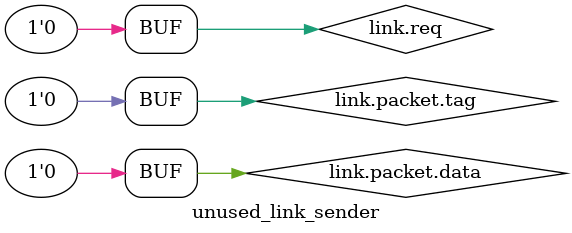
<source format=sv>
/*
 * A module to terminate unused reciever links.
 */

`include "interconnect.svh"

module unused_link_sender
    (link_if.sender link);

    // Never produce any req packets.
    assign link.req = 0;
    assign link.packet.tag = 0;
    assign link.packet.data = 0;
endmodule

</source>
